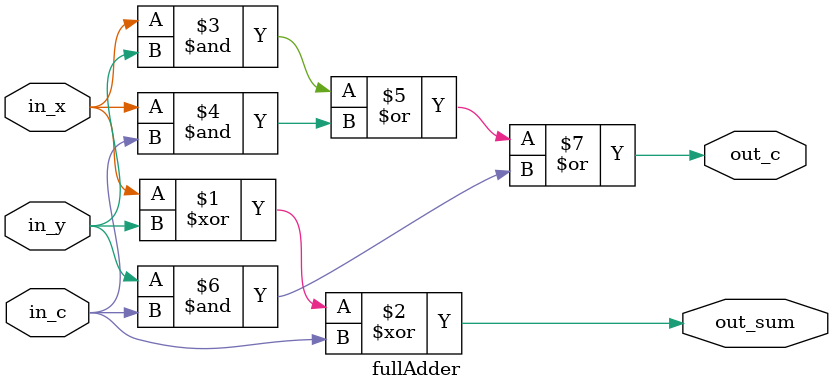
<source format=v>
module adder4 (
                input [3:0] in_a,
                input [3:0] in_b,
                input in_c,
                output out_c,
                output [3:0] out_sum
              );
    wire   [3:1] C;  // C is an internal signal

    fullAdder FA0 (in_a[0], in_b[0], in_c, C[1], out_sum[0]);
    fullAdder FA1 (in_a[1], in_b[1], C[1], C[2], out_sum[1]);
    fullAdder FA2 (in_a[2], in_b[2], C[2],C[3], out_sum[2]);
    fullAdder FA3 (in_a[3], in_b[3], C[3], out_c, out_sum[3]);
endmodule


////////~~~~~~~~ Full Adder {1-bit}


module fullAdder (
                    input in_x, 
                    input in_y, 
                    input in_c, 
                    output out_c,
                    output out_sum
                 );
    assign out_sum = in_x ^ in_y ^ in_c;
    assign out_c = (in_x & in_y) | (in_x & in_c) | (in_y & in_c); 
endmodule

</source>
